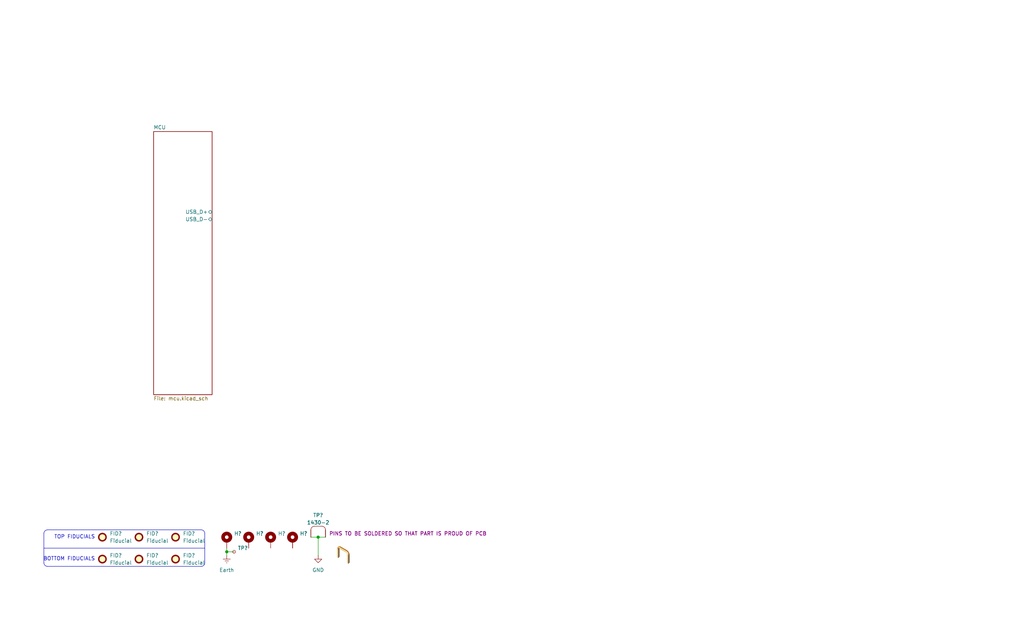
<source format=kicad_sch>
(kicad_sch (version 20231120) (generator "eeschema") (generator_version "8.0")
  (paper "USLegal")
  (lib_symbols
    (symbol "Connector:TestPoint_Small" (pin_numbers hide) (pin_names (offset 0.762) hide)
      (property "Reference" "TP" (at 0 3.81 0))
      (property "Value" "TestPoint_Small" (at 0 2.032 0))
      (symbol "TestPoint_Small_0_1"
        (circle (center 0 0) (radius 0.508))
      )
      (symbol "TestPoint_Small_1_1"
        (pin passive line (at 0 0 90) (length 0) (name "1") (number "1"))
      )
    )
    (symbol "DDCEE:TP_2P_Keystone_1430-2" (pin_numbers hide) (pin_names hide)
      (property "Reference" "TP" (at 2.54 4.826 0))
      (property "Value" "1430-2" (at 8.636 1.016 0))
      (property "Assembly Instructions" "PINS TO BE SOLDERED SO THAT PART IS PROUD OF PCB" (at 30.734 -0.508 0))
      (symbol "TP_2P_Keystone_1430-2_0_1"
        (polyline (pts (xy 1.27 3.81) (xy 3.81 3.81)))
        (arc (start 1.27 3.81) (mid 0.372 3.438) (end 0 2.54))
        (arc (start 5.08 2.54) (mid 4.708 3.438) (end 3.81 3.81))
      )
      (symbol "TP_2P_Keystone_1430-2_1_1"
        (pin power_in line (at 0 0 90) (length 2.54) (name "1") (number "1"))
        (pin power_in line (at 5.08 0 90) (length 2.54) (name "2") (number "2"))
      )
    )
    (symbol "Mechanical:Fiducial" (exclude_from_sim yes) (in_bom no)
      (property "Reference" "FID" (at 0 5.08 0))
      (property "Value" "Fiducial" (at 0 3.175 0))
      (symbol "Fiducial_0_1"
        (circle (center 0 0) (radius 1.27) (stroke (width 0.508)) (fill (type background)))
      )
    )
    (symbol "Mechanical:MountingHole_Pad" (pin_numbers hide) (pin_names (offset 1.016) hide) (exclude_from_sim yes) (in_bom no)
      (property "Reference" "H" (at 0 6.35 0))
      (property "Value" "MountingHole_Pad" (at 0 4.445 0))
      (symbol "MountingHole_Pad_0_1"
        (circle (center 0 1.27) (radius 1.27) (stroke (width 1.27)))
      )
      (symbol "MountingHole_Pad_1_1"
        (pin input line (at 0 -2.54 90) (length 2.54) (name "1") (number "1"))
      )
    )
    (symbol "power:Earth" (power) (pin_numbers hide) (pin_names (offset 0) hide)
      (property "Value" "Earth" (at 0 -3.81 0))
      (symbol "Earth_0_1"
        (polyline (pts (xy -0.635 -1.905) (xy 0.635 -1.905)))
        (polyline (pts (xy -0.127 -2.54) (xy 0.127 -2.54)))
        (polyline (pts (xy 0 -1.27) (xy 0 0)))
        (polyline (pts (xy 1.27 -1.27) (xy -1.27 -1.27)))
      )
      (symbol "Earth_1_1"
        (pin power_in line (at 0 0 270) (length 0) (name "~") (number "1"))
      )
    )
    (symbol "power:GND" (power) (pin_numbers hide) (pin_names (offset 0) hide)
      (property "Value" "GND" (at 0 -3.81 0))
      (symbol "GND_0_1"
        (polyline (pts (xy 0 0) (xy 0 -1.27) (xy 1.27 -1.27) (xy 0 -2.54) (xy -1.27 -1.27) (xy 0 -1.27)))
      )
      (symbol "GND_1_1"
        (pin power_in line (at 0 0 270) (length 0) (name "~") (number "1"))
      )
    )
  )
  (junction (at 110.49 186.69))
  (junction (at 78.74 191.77))
  (polyline (pts (xy 71.12 185.42) (xy 71.12 195.58)))
  (wire (pts (xy 107.95 186.69) (xy 110.49 186.69)))
  (polyline (pts (xy 15.24 190.5) (xy 71.12 190.5)))
  (wire (pts (xy 78.74 191.77) (xy 81.28 191.77)))
  (wire (pts (xy 110.49 186.69) (xy 113.03 186.69)))
  (wire (pts (xy 110.49 193.04) (xy 110.49 186.69)))
  (wire (pts (xy 78.74 190.5) (xy 78.74 191.77)))
  (polyline (pts (xy 15.24 185.42) (xy 15.24 195.58)))
  (polyline (pts (xy 16.51 196.85) (xy 69.85 196.85)))
  (polyline (pts (xy 16.51 184.15) (xy 69.85 184.15)))
  (wire (pts (xy 78.74 191.77) (xy 78.74 193.04)))
  (arc (start 16.51 196.85) (mid 15.612 196.478) (end 15.24 195.58))
  (arc (start 15.24 185.42) (mid 15.612 184.522) (end 16.51 184.15))
  (arc (start 69.85 184.15) (mid 70.748 184.522) (end 71.12 185.42))
  (arc (start 71.12 195.58) (mid 70.748 196.478) (end 69.85 196.85))
  (image (at 119.38 193.04) (scale 0.218519))
  (text "BOTTOM FIDUCIALS\n" (at 33.02 194.31 0) (effects (font (size 1.27 1.27)) (justify right)))
  (text "TOP FIDUCIALS" (at 33.02 186.69 0) (effects (font (size 1.27 1.27)) (justify right)))
  (symbol (lib_id "power:Earth") (at 78.74 193.04 0) (unit 1)
    (property "Reference" "#PWR?" (effects (hide yes)))
    (property "Value" "Earth" (at 78.74 198.12 0))
    (property "Description" "Power symbol creates a global label with name \"Earth\"" (effects (hide yes)))
  )
  (symbol (lib_id "Mechanical:Fiducial") (at 48.26 194.31 0) (unit 1) (exclude_from_sim yes) (in_bom no)
    (property "Reference" "FID?" (at 50.8 193.04 0) (effects (justify left)))
    (property "Value" "Fiducial" (at 50.8 195.58 0) (effects (justify left)))
    (property "Footprint" "Fiducial:Fiducial_0.75mm_Mask1.5mm" (effects (hide yes)))
    (property "Description" "Fiducial Marker" (effects (hide yes)))
  )
  (symbol (lib_id "Mechanical:Fiducial") (at 60.96 194.31 0) (unit 1) (exclude_from_sim yes) (in_bom no)
    (property "Reference" "FID?" (at 63.5 193.04 0) (effects (justify left)))
    (property "Value" "Fiducial" (at 63.5 195.58 0) (effects (justify left)))
    (property "Footprint" "Fiducial:Fiducial_0.75mm_Mask1.5mm" (effects (hide yes)))
    (property "Description" "Fiducial Marker" (effects (hide yes)))
  )
  (symbol (lib_id "DDCEE:TP_2P_Keystone_1430-2") (at 107.95 186.69 0) (unit 1)
    (property "Reference" "TP?" (at 110.49 179.07 0))
    (property "Value" "1430-2" (at 110.49 181.61 0))
    (property "Footprint" "DDCEE:TP_2P_Keystone_1430-2" (effects (hide yes)))
    (property "Datasheet" "https://www.keyelco.com/userAssets/file/M65p105.pdf" (effects (hide yes)))
    (property "Description" "PIN SHORTING .040\"DIA" (effects (hide yes)))
    (property "Detailed Description" "2 (1 x 2) Position Shunt Connector Non-Insulated 0.250\" (6.40mm) Gold" (effects (hide yes)))
    (property "Manufacturer" "Keystone Electronics" (effects (hide yes)))
    (property "Manufacturer PN" "1430-2" (effects (hide yes)))
    (property "Supplier 1" "DigiKey" (effects (hide yes)))
    (property "Supplier 1 PN" "36-1430-2-ND" (effects (hide yes)))
    (property "Supplier 1 Link" "https://www.digikey.com/en/products/detail/keystone-electronics/1430-2/2746418" (effects (hide yes)))
    (property "Assembly Instructions" "PINS TO BE SOLDERED SO THAT PART IS PROUD OF PCB" (at 114.3 185.42 0) (effects (justify left)))
  )
  (symbol (lib_id "Mechanical:MountingHole_Pad") (at 86.36 187.96 0) (unit 1) (exclude_from_sim yes) (in_bom no)
    (property "Reference" "H?" (at 88.9 185.42 0) (effects (justify left)))
    (property "Value" "MountingHole_Pad" (effects (hide yes)))
    (property "Footprint" "MountingHole:MountingHole_3.2mm_M3" (effects (hide yes)))
    (property "Description" "Mounting Hole with connection" (effects (hide yes)))
  )
  (symbol (lib_id "Mechanical:Fiducial") (at 60.96 186.69 0) (unit 1) (exclude_from_sim yes) (in_bom no)
    (property "Reference" "FID?" (at 63.5 185.42 0) (effects (justify left)))
    (property "Value" "Fiducial" (at 63.5 187.96 0) (effects (justify left)))
    (property "Footprint" "Fiducial:Fiducial_0.75mm_Mask1.5mm" (effects (hide yes)))
    (property "Description" "Fiducial Marker" (effects (hide yes)))
  )
  (symbol (lib_id "Mechanical:MountingHole_Pad") (at 78.74 187.96 0) (unit 1) (exclude_from_sim yes) (in_bom no)
    (property "Reference" "H?" (at 81.28 185.42 0) (effects (justify left)))
    (property "Value" "MountingHole_Pad" (effects (hide yes)))
    (property "Footprint" "MountingHole:MountingHole_3.2mm_M3_Pad_Via" (effects (hide yes)))
    (property "Description" "Mounting Hole with connection" (effects (hide yes)))
  )
  (symbol (lib_id "Mechanical:Fiducial") (at 48.26 186.69 0) (unit 1) (exclude_from_sim yes) (in_bom no)
    (property "Reference" "FID?" (at 50.8 185.42 0) (effects (justify left)))
    (property "Value" "Fiducial" (at 50.8 187.96 0) (effects (justify left)))
    (property "Footprint" "Fiducial:Fiducial_0.75mm_Mask1.5mm" (effects (hide yes)))
    (property "Description" "Fiducial Marker" (effects (hide yes)))
  )
  (symbol (lib_id "Connector:TestPoint_Small") (at 81.28 191.77 0) (unit 1) (exclude_from_sim yes) (in_bom no)
    (property "Reference" "TP?" (at 82.55 190.5 0) (effects (justify left)))
    (property "Value" "TestPoint_Small" (effects (hide yes)))
    (property "Footprint" "TestPoint:TestPoint_Pad_D2.5mm" (effects (hide yes)))
    (property "Description" "test point" (effects (hide yes)))
  )
  (symbol (lib_id "Mechanical:Fiducial") (at 35.56 186.69 0) (unit 1) (exclude_from_sim yes) (in_bom no)
    (property "Reference" "FID?" (at 38.1 185.42 0) (effects (justify left)))
    (property "Value" "Fiducial" (at 38.1 187.96 0) (effects (justify left)))
    (property "Footprint" "Fiducial:Fiducial_0.75mm_Mask1.5mm" (effects (hide yes)))
    (property "Description" "Fiducial Marker" (effects (hide yes)))
  )
  (symbol (lib_id "Mechanical:MountingHole_Pad") (at 93.98 187.96 0) (unit 1) (exclude_from_sim yes) (in_bom no)
    (property "Reference" "H?" (at 96.52 185.42 0) (effects (justify left)))
    (property "Value" "MountingHole_Pad" (effects (hide yes)))
    (property "Footprint" "MountingHole:MountingHole_3.2mm_M3" (effects (hide yes)))
    (property "Description" "Mounting Hole with connection" (effects (hide yes)))
  )
  (symbol (lib_id "power:GND") (at 110.49 193.04 0) (unit 1)
    (property "Reference" "#PWR?" (effects (hide yes)))
    (property "Value" "GND" (at 110.49 198.12 0))
    (property "Description" "Power symbol creates a global label with name \"GND\" , ground" (effects (hide yes)))
  )
  (symbol (lib_id "Mechanical:Fiducial") (at 35.56 194.31 0) (unit 1) (exclude_from_sim yes) (in_bom no)
    (property "Reference" "FID?" (at 38.1 193.04 0) (effects (justify left)))
    (property "Value" "Fiducial" (at 38.1 195.58 0) (effects (justify left)))
    (property "Footprint" "Fiducial:Fiducial_0.75mm_Mask1.5mm" (effects (hide yes)))
    (property "Description" "Fiducial Marker" (effects (hide yes)))
  )
  (symbol (lib_id "Mechanical:MountingHole_Pad") (at 101.6 187.96 0) (unit 1) (exclude_from_sim yes) (in_bom no)
    (property "Reference" "H?" (at 104.14 185.42 0) (effects (justify left)))
    (property "Value" "MountingHole_Pad" (effects (hide yes)))
    (property "Footprint" "MountingHole:MountingHole_3.2mm_M3" (effects (hide yes)))
    (property "Description" "Mounting Hole with connection" (effects (hide yes)))
  )
  (sheet (at 53.34 45.72) (size 20.32 91.44) (stroke (width 0.1524))
    (property "Sheetname" "MCU" (at 53.34 45.0084 0) (effects (justify left bottom)))
    (property "Sheetfile" "mcu.kicad_sch" (at 53.34 137.7446 0) (effects (justify left top)))
    (pin "USB_D-" bidirectional (at 73.66 76.2 0))
    (pin "USB_D+" bidirectional (at 73.66 73.66 0))
  )
)
</source>
